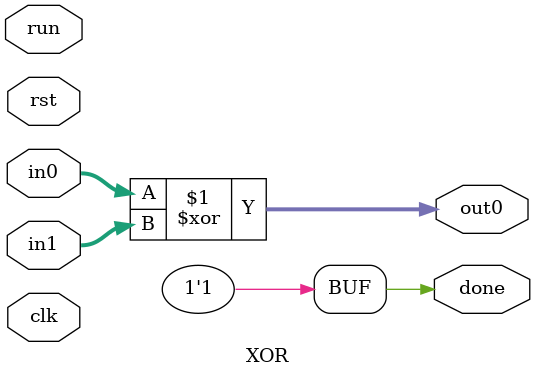
<source format=v>
`timescale 1ns / 1ps
`include "xversat.vh"

module XOR #(
         parameter DATA_W = 32
      )
      (
         input run,
         output done,

         input [DATA_W-1:0] in0,
         input [DATA_W-1:0] in1,

         output [DATA_W-1:0] out0,
      
         input clk,
         input rst
      ); 

assign out0 = in0 ^ in1;
assign done = 1'b1;

endmodule

</source>
